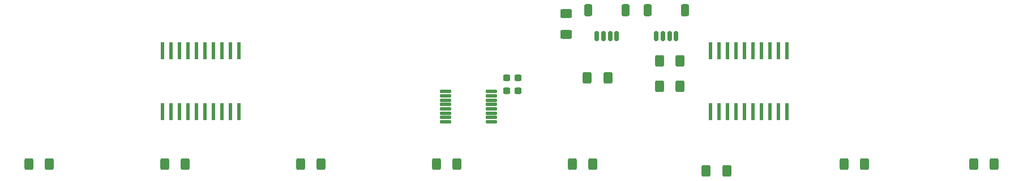
<source format=gbr>
%TF.GenerationSoftware,KiCad,Pcbnew,8.0.5*%
%TF.CreationDate,2024-09-24T14:12:51-04:00*%
%TF.ProjectId,MPD V1,4d504420-5631-42e6-9b69-6361645f7063,rev?*%
%TF.SameCoordinates,Original*%
%TF.FileFunction,Paste,Top*%
%TF.FilePolarity,Positive*%
%FSLAX46Y46*%
G04 Gerber Fmt 4.6, Leading zero omitted, Abs format (unit mm)*
G04 Created by KiCad (PCBNEW 8.0.5) date 2024-09-24 14:12:51*
%MOMM*%
%LPD*%
G01*
G04 APERTURE LIST*
G04 Aperture macros list*
%AMRoundRect*
0 Rectangle with rounded corners*
0 $1 Rounding radius*
0 $2 $3 $4 $5 $6 $7 $8 $9 X,Y pos of 4 corners*
0 Add a 4 corners polygon primitive as box body*
4,1,4,$2,$3,$4,$5,$6,$7,$8,$9,$2,$3,0*
0 Add four circle primitives for the rounded corners*
1,1,$1+$1,$2,$3*
1,1,$1+$1,$4,$5*
1,1,$1+$1,$6,$7*
1,1,$1+$1,$8,$9*
0 Add four rect primitives between the rounded corners*
20,1,$1+$1,$2,$3,$4,$5,0*
20,1,$1+$1,$4,$5,$6,$7,0*
20,1,$1+$1,$6,$7,$8,$9,0*
20,1,$1+$1,$8,$9,$2,$3,0*%
G04 Aperture macros list end*
%ADD10RoundRect,0.150000X0.150000X0.625000X-0.150000X0.625000X-0.150000X-0.625000X0.150000X-0.625000X0*%
%ADD11RoundRect,0.250000X0.350000X0.650000X-0.350000X0.650000X-0.350000X-0.650000X0.350000X-0.650000X0*%
%ADD12RoundRect,0.250000X-0.400000X-0.625000X0.400000X-0.625000X0.400000X0.625000X-0.400000X0.625000X0*%
%ADD13RoundRect,0.250000X0.625000X-0.400000X0.625000X0.400000X-0.625000X0.400000X-0.625000X-0.400000X0*%
%ADD14RoundRect,0.237500X-0.300000X-0.237500X0.300000X-0.237500X0.300000X0.237500X-0.300000X0.237500X0*%
%ADD15RoundRect,0.125000X-0.762500X-0.125000X0.762500X-0.125000X0.762500X0.125000X-0.762500X0.125000X0*%
%ADD16RoundRect,0.250000X0.400000X0.625000X-0.400000X0.625000X-0.400000X-0.625000X0.400000X-0.625000X0*%
%ADD17R,0.622132X2.602784*%
G04 APERTURE END LIST*
D10*
%TO.C,J2*%
X166340000Y-44515000D03*
X165340000Y-44515000D03*
X164340000Y-44515000D03*
X163340000Y-44515000D03*
D11*
X167640000Y-40640000D03*
X162040000Y-40640000D03*
%TD*%
D12*
%TO.C,R4*%
X150779998Y-63793552D03*
X153879998Y-63793552D03*
%TD*%
%TO.C,R8*%
X69500000Y-63793552D03*
X72600000Y-63793552D03*
%TD*%
D13*
%TO.C,R9*%
X149860000Y-44248000D03*
X149860000Y-41148000D03*
%TD*%
D12*
%TO.C,R7*%
X89820000Y-63793552D03*
X92920000Y-63793552D03*
%TD*%
D14*
%TO.C,C1*%
X140970000Y-52705000D03*
X142695000Y-52705000D03*
%TD*%
D10*
%TO.C,J1*%
X157450000Y-44515000D03*
X156450000Y-44515000D03*
X155450000Y-44515000D03*
X154450000Y-44515000D03*
D11*
X158750000Y-40640000D03*
X153150000Y-40640000D03*
%TD*%
D15*
%TO.C,U1*%
X131842500Y-52849502D03*
X131842500Y-53499502D03*
X131842500Y-54149502D03*
X131842500Y-54799502D03*
X131842500Y-55449502D03*
X131842500Y-56099502D03*
X131842500Y-56749502D03*
X131842500Y-57399502D03*
X138667500Y-57399502D03*
X138667500Y-56749502D03*
X138667500Y-56099502D03*
X138667500Y-55449502D03*
X138667500Y-54799502D03*
X138667500Y-54149502D03*
X138667500Y-53499502D03*
X138667500Y-52849502D03*
%TD*%
D16*
%TO.C,R11*%
X166930000Y-52070000D03*
X163830000Y-52070000D03*
%TD*%
D12*
%TO.C,R0*%
X153035000Y-50800000D03*
X156135000Y-50800000D03*
%TD*%
D17*
%TO.C,U2*%
X100965000Y-46749007D03*
X99695000Y-46749007D03*
X98425000Y-46749007D03*
X97155000Y-46749007D03*
X95885000Y-46749007D03*
X94615000Y-46749007D03*
X93345000Y-46749007D03*
X92075000Y-46749007D03*
X90805000Y-46749007D03*
X89535000Y-46749007D03*
X89535000Y-55880000D03*
X90805000Y-55880000D03*
X92075000Y-55880000D03*
X93345000Y-55880000D03*
X94615000Y-55880000D03*
X95885000Y-55880000D03*
X97155000Y-55880000D03*
X98425000Y-55880000D03*
X99695000Y-55880000D03*
X100965000Y-55880000D03*
%TD*%
D12*
%TO.C,R5*%
X130460000Y-63793552D03*
X133560000Y-63793552D03*
%TD*%
%TO.C,R1*%
X210820000Y-63793552D03*
X213920000Y-63793552D03*
%TD*%
%TO.C,R3*%
X170815000Y-64770000D03*
X173915000Y-64770000D03*
%TD*%
%TO.C,R2*%
X191419998Y-63793552D03*
X194519998Y-63793552D03*
%TD*%
D14*
%TO.C,C2*%
X140970000Y-50800000D03*
X142695000Y-50800000D03*
%TD*%
D12*
%TO.C,R6*%
X110140000Y-63793552D03*
X113240000Y-63793552D03*
%TD*%
D16*
%TO.C,R10*%
X166930000Y-48260000D03*
X163830000Y-48260000D03*
%TD*%
D17*
%TO.C,U3*%
X182880000Y-46749007D03*
X181610000Y-46749007D03*
X180340000Y-46749007D03*
X179070000Y-46749007D03*
X177800000Y-46749007D03*
X176530000Y-46749007D03*
X175260000Y-46749007D03*
X173990000Y-46749007D03*
X172720000Y-46749007D03*
X171450000Y-46749007D03*
X171450000Y-55880000D03*
X172720000Y-55880000D03*
X173990000Y-55880000D03*
X175260000Y-55880000D03*
X176530000Y-55880000D03*
X177800000Y-55880000D03*
X179070000Y-55880000D03*
X180340000Y-55880000D03*
X181610000Y-55880000D03*
X182880000Y-55880000D03*
%TD*%
M02*

</source>
